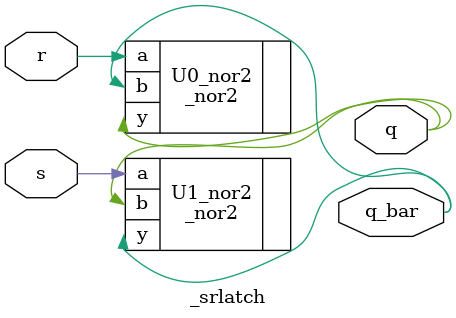
<source format=v>
module _srlatch(r,s,q,q_bar);		// SR latch
input r,s;
output q,q_bar;

_nor2 U0_nor2(.a(r), .b(q_bar), .y(q)); // instance nor gate
	
_nor2 U1_nor2(.a(s), .b(q), .y(q_bar)); // instance nor gate

endmodule

</source>
